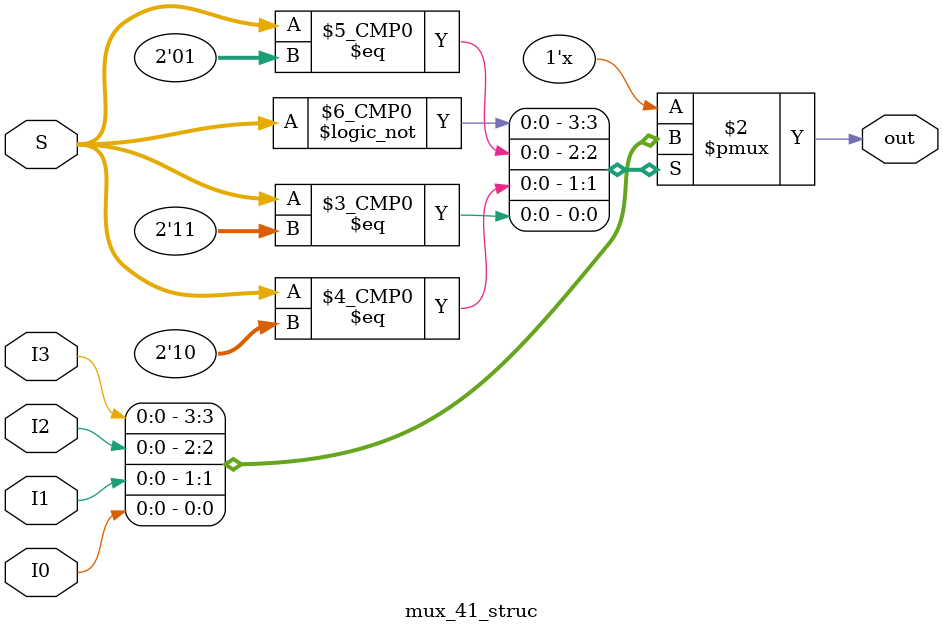
<source format=v>
`timescale 1ns / 1ps

module adderBlock(D0,D1,out,carry);
    input [3:0]D0,D1;
    output [3:0]out;
    output carry;
    assign {carry, out} = D0 + D1;
endmodule


module mux_41_struc(
    I3,I2,I1,I0,
    S,
    out
    );
    input wire I3,I2,I1,I0;
    input wire [1:0]S; //00
    output reg out;
    
    always@(I3 or I2 or I1 or I0 or S) 
    begin
    
    case(S)
    2'b00 : out = I3;
    2'b01 : out = I2;
    2'b10 : out = I1;
    2'b11 : out = I0;
    endcase
    end
endmodule
</source>
